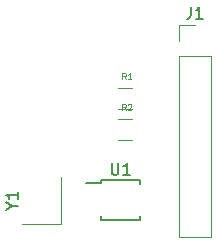
<source format=gto>
G04 #@! TF.GenerationSoftware,KiCad,Pcbnew,5.1.5+dfsg1-2build2*
G04 #@! TF.CreationDate,2022-11-08T12:44:18-05:00*
G04 #@! TF.ProjectId,si5351,73693533-3531-42e6-9b69-6361645f7063,rev?*
G04 #@! TF.SameCoordinates,Original*
G04 #@! TF.FileFunction,Legend,Top*
G04 #@! TF.FilePolarity,Positive*
%FSLAX46Y46*%
G04 Gerber Fmt 4.6, Leading zero omitted, Abs format (unit mm)*
G04 Created by KiCad (PCBNEW 5.1.5+dfsg1-2build2) date 2022-11-08 12:44:18*
%MOMM*%
%LPD*%
G04 APERTURE LIST*
%ADD10C,0.150000*%
%ADD11C,0.120000*%
%ADD12C,0.124968*%
%ADD13R,1.502000X0.402000*%
%ADD14O,1.802000X1.802000*%
%ADD15R,1.802000X1.802000*%
%ADD16R,1.302000X1.502000*%
%ADD17C,0.100000*%
G04 APERTURE END LIST*
D10*
X182025000Y-104050000D02*
X180800000Y-104050000D01*
X182025000Y-107175000D02*
X185375000Y-107175000D01*
X182025000Y-103825000D02*
X185375000Y-103825000D01*
X182025000Y-107175000D02*
X182025000Y-106875000D01*
X185375000Y-107175000D02*
X185375000Y-106875000D01*
X185375000Y-103825000D02*
X185375000Y-104125000D01*
X182025000Y-103825000D02*
X182025000Y-104050000D01*
D11*
X188670000Y-90670000D02*
X190000000Y-90670000D01*
X188670000Y-92000000D02*
X188670000Y-90670000D01*
X188670000Y-93270000D02*
X191330000Y-93270000D01*
X191330000Y-93270000D02*
X191330000Y-108570000D01*
X188670000Y-93270000D02*
X188670000Y-108570000D01*
X188670000Y-108570000D02*
X191330000Y-108570000D01*
X178650000Y-107500000D02*
X178650000Y-103500000D01*
X175350000Y-107500000D02*
X178650000Y-107500000D01*
X183497936Y-100410000D02*
X184702064Y-100410000D01*
X183497936Y-98590000D02*
X184702064Y-98590000D01*
X183497936Y-97787000D02*
X184702064Y-97787000D01*
X183497936Y-95967000D02*
X184702064Y-95967000D01*
D10*
X182938095Y-102352380D02*
X182938095Y-103161904D01*
X182985714Y-103257142D01*
X183033333Y-103304761D01*
X183128571Y-103352380D01*
X183319047Y-103352380D01*
X183414285Y-103304761D01*
X183461904Y-103257142D01*
X183509523Y-103161904D01*
X183509523Y-102352380D01*
X184509523Y-103352380D02*
X183938095Y-103352380D01*
X184223809Y-103352380D02*
X184223809Y-102352380D01*
X184128571Y-102495238D01*
X184033333Y-102590476D01*
X183938095Y-102638095D01*
X189666666Y-89122380D02*
X189666666Y-89836666D01*
X189619047Y-89979523D01*
X189523809Y-90074761D01*
X189380952Y-90122380D01*
X189285714Y-90122380D01*
X190666666Y-90122380D02*
X190095238Y-90122380D01*
X190380952Y-90122380D02*
X190380952Y-89122380D01*
X190285714Y-89265238D01*
X190190476Y-89360476D01*
X190095238Y-89408095D01*
X174526190Y-105976190D02*
X175002380Y-105976190D01*
X174002380Y-106309523D02*
X174526190Y-105976190D01*
X174002380Y-105642857D01*
X175002380Y-104785714D02*
X175002380Y-105357142D01*
X175002380Y-105071428D02*
X174002380Y-105071428D01*
X174145238Y-105166666D01*
X174240476Y-105261904D01*
X174288095Y-105357142D01*
D12*
X184143688Y-97849132D02*
X183977064Y-97611098D01*
X183858046Y-97849132D02*
X183858046Y-97349260D01*
X184048474Y-97349260D01*
X184096081Y-97373064D01*
X184119884Y-97396867D01*
X184143688Y-97444474D01*
X184143688Y-97515884D01*
X184119884Y-97563491D01*
X184096081Y-97587294D01*
X184048474Y-97611098D01*
X183858046Y-97611098D01*
X184334115Y-97396867D02*
X184357918Y-97373064D01*
X184405525Y-97349260D01*
X184524542Y-97349260D01*
X184572149Y-97373064D01*
X184595953Y-97396867D01*
X184619756Y-97444474D01*
X184619756Y-97492081D01*
X184595953Y-97563491D01*
X184310312Y-97849132D01*
X184619756Y-97849132D01*
X184143688Y-95226132D02*
X183977064Y-94988098D01*
X183858046Y-95226132D02*
X183858046Y-94726260D01*
X184048474Y-94726260D01*
X184096081Y-94750064D01*
X184119884Y-94773867D01*
X184143688Y-94821474D01*
X184143688Y-94892884D01*
X184119884Y-94940491D01*
X184096081Y-94964294D01*
X184048474Y-94988098D01*
X183858046Y-94988098D01*
X184619756Y-95226132D02*
X184334115Y-95226132D01*
X184476936Y-95226132D02*
X184476936Y-94726260D01*
X184429329Y-94797670D01*
X184381722Y-94845277D01*
X184334115Y-94869081D01*
%LPC*%
D13*
X185900000Y-104500000D03*
X185900000Y-105000000D03*
X185900000Y-105500000D03*
X185900000Y-106000000D03*
X185900000Y-106500000D03*
X181500000Y-106500000D03*
X181500000Y-106000000D03*
X181500000Y-105500000D03*
X181500000Y-105000000D03*
X181500000Y-104500000D03*
D14*
X190000000Y-107240000D03*
X190000000Y-104700000D03*
X190000000Y-102160000D03*
X190000000Y-99620000D03*
X190000000Y-97080000D03*
X190000000Y-94540000D03*
D15*
X190000000Y-92000000D03*
D16*
X176150000Y-106600000D03*
X176150000Y-104400000D03*
X177850000Y-104400000D03*
X177850000Y-106600000D03*
D17*
G36*
X185932104Y-98575302D02*
G01*
X185958352Y-98579196D01*
X185984093Y-98585643D01*
X186009078Y-98594583D01*
X186033066Y-98605928D01*
X186055826Y-98619571D01*
X186077140Y-98635378D01*
X186096802Y-98653198D01*
X186114622Y-98672860D01*
X186130429Y-98694174D01*
X186144072Y-98716934D01*
X186155417Y-98740922D01*
X186164357Y-98765907D01*
X186170804Y-98791648D01*
X186174698Y-98817896D01*
X186176000Y-98844400D01*
X186176000Y-100155600D01*
X186174698Y-100182104D01*
X186170804Y-100208352D01*
X186164357Y-100234093D01*
X186155417Y-100259078D01*
X186144072Y-100283066D01*
X186130429Y-100305826D01*
X186114622Y-100327140D01*
X186096802Y-100346802D01*
X186077140Y-100364622D01*
X186055826Y-100380429D01*
X186033066Y-100394072D01*
X186009078Y-100405417D01*
X185984093Y-100414357D01*
X185958352Y-100420804D01*
X185932104Y-100424698D01*
X185905600Y-100426000D01*
X185094400Y-100426000D01*
X185067896Y-100424698D01*
X185041648Y-100420804D01*
X185015907Y-100414357D01*
X184990922Y-100405417D01*
X184966934Y-100394072D01*
X184944174Y-100380429D01*
X184922860Y-100364622D01*
X184903198Y-100346802D01*
X184885378Y-100327140D01*
X184869571Y-100305826D01*
X184855928Y-100283066D01*
X184844583Y-100259078D01*
X184835643Y-100234093D01*
X184829196Y-100208352D01*
X184825302Y-100182104D01*
X184824000Y-100155600D01*
X184824000Y-98844400D01*
X184825302Y-98817896D01*
X184829196Y-98791648D01*
X184835643Y-98765907D01*
X184844583Y-98740922D01*
X184855928Y-98716934D01*
X184869571Y-98694174D01*
X184885378Y-98672860D01*
X184903198Y-98653198D01*
X184922860Y-98635378D01*
X184944174Y-98619571D01*
X184966934Y-98605928D01*
X184990922Y-98594583D01*
X185015907Y-98585643D01*
X185041648Y-98579196D01*
X185067896Y-98575302D01*
X185094400Y-98574000D01*
X185905600Y-98574000D01*
X185932104Y-98575302D01*
G37*
G36*
X183132104Y-98575302D02*
G01*
X183158352Y-98579196D01*
X183184093Y-98585643D01*
X183209078Y-98594583D01*
X183233066Y-98605928D01*
X183255826Y-98619571D01*
X183277140Y-98635378D01*
X183296802Y-98653198D01*
X183314622Y-98672860D01*
X183330429Y-98694174D01*
X183344072Y-98716934D01*
X183355417Y-98740922D01*
X183364357Y-98765907D01*
X183370804Y-98791648D01*
X183374698Y-98817896D01*
X183376000Y-98844400D01*
X183376000Y-100155600D01*
X183374698Y-100182104D01*
X183370804Y-100208352D01*
X183364357Y-100234093D01*
X183355417Y-100259078D01*
X183344072Y-100283066D01*
X183330429Y-100305826D01*
X183314622Y-100327140D01*
X183296802Y-100346802D01*
X183277140Y-100364622D01*
X183255826Y-100380429D01*
X183233066Y-100394072D01*
X183209078Y-100405417D01*
X183184093Y-100414357D01*
X183158352Y-100420804D01*
X183132104Y-100424698D01*
X183105600Y-100426000D01*
X182294400Y-100426000D01*
X182267896Y-100424698D01*
X182241648Y-100420804D01*
X182215907Y-100414357D01*
X182190922Y-100405417D01*
X182166934Y-100394072D01*
X182144174Y-100380429D01*
X182122860Y-100364622D01*
X182103198Y-100346802D01*
X182085378Y-100327140D01*
X182069571Y-100305826D01*
X182055928Y-100283066D01*
X182044583Y-100259078D01*
X182035643Y-100234093D01*
X182029196Y-100208352D01*
X182025302Y-100182104D01*
X182024000Y-100155600D01*
X182024000Y-98844400D01*
X182025302Y-98817896D01*
X182029196Y-98791648D01*
X182035643Y-98765907D01*
X182044583Y-98740922D01*
X182055928Y-98716934D01*
X182069571Y-98694174D01*
X182085378Y-98672860D01*
X182103198Y-98653198D01*
X182122860Y-98635378D01*
X182144174Y-98619571D01*
X182166934Y-98605928D01*
X182190922Y-98594583D01*
X182215907Y-98585643D01*
X182241648Y-98579196D01*
X182267896Y-98575302D01*
X182294400Y-98574000D01*
X183105600Y-98574000D01*
X183132104Y-98575302D01*
G37*
G36*
X185932104Y-95952302D02*
G01*
X185958352Y-95956196D01*
X185984093Y-95962643D01*
X186009078Y-95971583D01*
X186033066Y-95982928D01*
X186055826Y-95996571D01*
X186077140Y-96012378D01*
X186096802Y-96030198D01*
X186114622Y-96049860D01*
X186130429Y-96071174D01*
X186144072Y-96093934D01*
X186155417Y-96117922D01*
X186164357Y-96142907D01*
X186170804Y-96168648D01*
X186174698Y-96194896D01*
X186176000Y-96221400D01*
X186176000Y-97532600D01*
X186174698Y-97559104D01*
X186170804Y-97585352D01*
X186164357Y-97611093D01*
X186155417Y-97636078D01*
X186144072Y-97660066D01*
X186130429Y-97682826D01*
X186114622Y-97704140D01*
X186096802Y-97723802D01*
X186077140Y-97741622D01*
X186055826Y-97757429D01*
X186033066Y-97771072D01*
X186009078Y-97782417D01*
X185984093Y-97791357D01*
X185958352Y-97797804D01*
X185932104Y-97801698D01*
X185905600Y-97803000D01*
X185094400Y-97803000D01*
X185067896Y-97801698D01*
X185041648Y-97797804D01*
X185015907Y-97791357D01*
X184990922Y-97782417D01*
X184966934Y-97771072D01*
X184944174Y-97757429D01*
X184922860Y-97741622D01*
X184903198Y-97723802D01*
X184885378Y-97704140D01*
X184869571Y-97682826D01*
X184855928Y-97660066D01*
X184844583Y-97636078D01*
X184835643Y-97611093D01*
X184829196Y-97585352D01*
X184825302Y-97559104D01*
X184824000Y-97532600D01*
X184824000Y-96221400D01*
X184825302Y-96194896D01*
X184829196Y-96168648D01*
X184835643Y-96142907D01*
X184844583Y-96117922D01*
X184855928Y-96093934D01*
X184869571Y-96071174D01*
X184885378Y-96049860D01*
X184903198Y-96030198D01*
X184922860Y-96012378D01*
X184944174Y-95996571D01*
X184966934Y-95982928D01*
X184990922Y-95971583D01*
X185015907Y-95962643D01*
X185041648Y-95956196D01*
X185067896Y-95952302D01*
X185094400Y-95951000D01*
X185905600Y-95951000D01*
X185932104Y-95952302D01*
G37*
G36*
X183132104Y-95952302D02*
G01*
X183158352Y-95956196D01*
X183184093Y-95962643D01*
X183209078Y-95971583D01*
X183233066Y-95982928D01*
X183255826Y-95996571D01*
X183277140Y-96012378D01*
X183296802Y-96030198D01*
X183314622Y-96049860D01*
X183330429Y-96071174D01*
X183344072Y-96093934D01*
X183355417Y-96117922D01*
X183364357Y-96142907D01*
X183370804Y-96168648D01*
X183374698Y-96194896D01*
X183376000Y-96221400D01*
X183376000Y-97532600D01*
X183374698Y-97559104D01*
X183370804Y-97585352D01*
X183364357Y-97611093D01*
X183355417Y-97636078D01*
X183344072Y-97660066D01*
X183330429Y-97682826D01*
X183314622Y-97704140D01*
X183296802Y-97723802D01*
X183277140Y-97741622D01*
X183255826Y-97757429D01*
X183233066Y-97771072D01*
X183209078Y-97782417D01*
X183184093Y-97791357D01*
X183158352Y-97797804D01*
X183132104Y-97801698D01*
X183105600Y-97803000D01*
X182294400Y-97803000D01*
X182267896Y-97801698D01*
X182241648Y-97797804D01*
X182215907Y-97791357D01*
X182190922Y-97782417D01*
X182166934Y-97771072D01*
X182144174Y-97757429D01*
X182122860Y-97741622D01*
X182103198Y-97723802D01*
X182085378Y-97704140D01*
X182069571Y-97682826D01*
X182055928Y-97660066D01*
X182044583Y-97636078D01*
X182035643Y-97611093D01*
X182029196Y-97585352D01*
X182025302Y-97559104D01*
X182024000Y-97532600D01*
X182024000Y-96221400D01*
X182025302Y-96194896D01*
X182029196Y-96168648D01*
X182035643Y-96142907D01*
X182044583Y-96117922D01*
X182055928Y-96093934D01*
X182069571Y-96071174D01*
X182085378Y-96049860D01*
X182103198Y-96030198D01*
X182122860Y-96012378D01*
X182144174Y-95996571D01*
X182166934Y-95982928D01*
X182190922Y-95971583D01*
X182215907Y-95962643D01*
X182241648Y-95956196D01*
X182267896Y-95952302D01*
X182294400Y-95951000D01*
X183105600Y-95951000D01*
X183132104Y-95952302D01*
G37*
M02*

</source>
